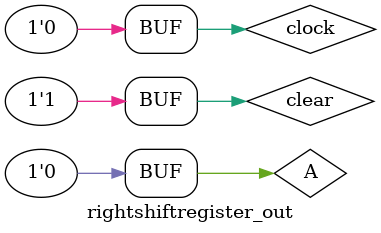
<source format=v>
`timescale 1ns / 1ps


module rightshiftregister_out;

	// Inputs
	reg clock;
	reg clear;
	reg A;

	// Outputs
	wire [7:0]out;
	

	// Instantiate the Unit Under Test (UUT)
	rightshiftregister uut (
		.clock(clock), 
		.clear(clear), 
		.A(A), 
		.out(out)
	);

	initial begin
		clock =1'b0;
		repeat (20) begin
		#50 clock =~clock;
		end
	end
 
	initial begin
	clear =1;
	A=0;
	#50 clear =0;
	#100 A=1;
	clear =1; // changed here
	#99 A=0;
	

	
	end
endmodule


</source>
